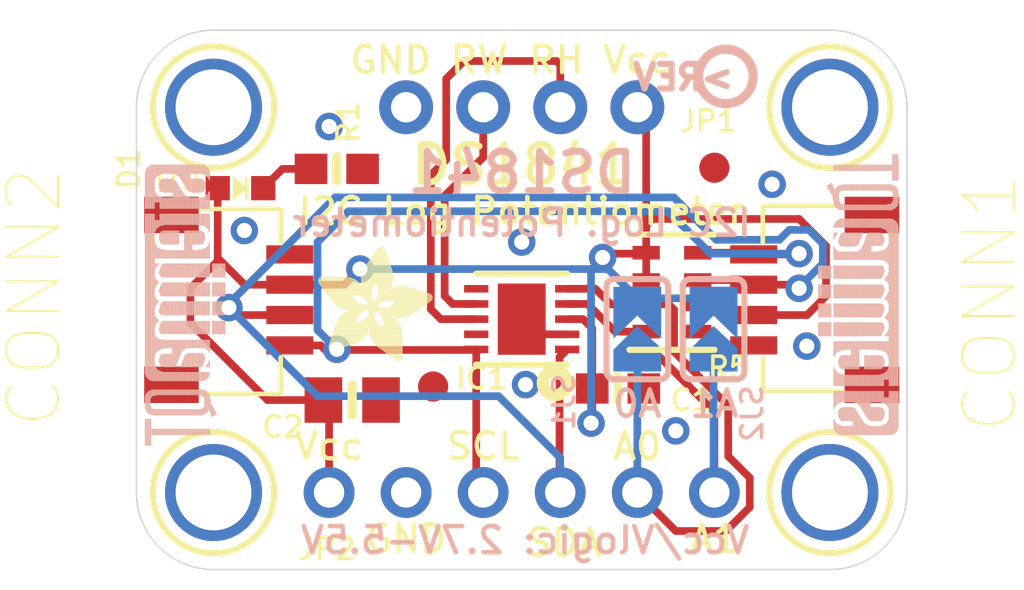
<source format=kicad_pcb>
(kicad_pcb (version 20211014) (generator pcbnew)
  (layers (0 "F.Cu" signal) (31 "B.Cu" signal) (34 "B.Paste" user) (35 "F.Paste" user) (36 "B.SilkS" user "B.Silkscreen") (37 "F.SilkS" user "F.Silkscreen") (38 "B.Mask" user) (39 "F.Mask" user) (44 "Edge.Cuts" user))
  (net 0 "")
  (net 1 "GND")
  (net 2 "SCL")
  (net 3 "SDA")
  (net 4 "VCC")
  (net 5 "A0")
  (net 6 "A1")
  (net 7 "RH")
  (net 8 "RW")
  (net 9 "N$2")
  (footprint "boardEagle:JST_SH4" (layer "F.Cu") (at 158.6611 105.0036 90)
    (fp_text reference "CONN1" (at -4.473 5.276 90) (layer "F.SilkS") (effects (font (size 1.703222 1.703222) (thickness 0.074778)) (justify left)))
    (fp_text value "STEMMA_I2C_QT" hide)
    (pad "1" smd rect (at -1.5 -2.514 180) (size 1.55 0.6) (layers "F.Cu" "F.Paste" "F.Mask") (net 1 "GND"))
    (pad "2" smd rect (at -0.5 -2.514 180) (size 1.55 0.6) (layers "F.Cu" "F.Paste" "F.Mask") (net 4 "VCC"))
    (pad "3" smd rect (at 0.5 -2.514 180) (size 1.55 0.6) (layers "F.Cu" "F.Paste" "F.Mask") (net 3 "SDA"))
    (pad "4" smd rect (at 1.5 -2.514 180) (size 1.55 0.6) (layers "F.Cu" "F.Paste" "F.Mask") (net 2 "SCL"))
    (pad "MT1" smd rect (at -2.8 1.386 180) (size 1.8 1.2) (layers "F.Cu" "F.Paste" "F.Mask"))
    (pad "MT2" smd rect (at 2.8 1.386 180) (size 1.8 1.2) (layers "F.Cu" "F.Paste" "F.Mask"))
  )
  (footprint "boardEagle:FIDUCIAL_1MM" (layer "F.Cu") (at 154.8511 100.6475)
    (fp_text reference "FID2" hide)
    (fp_text value "FIDUCIAL_1MM" hide)
    (pad "1" smd roundrect (at 0 0) (size 1 1) (layers "F.Cu" "F.Mask") (roundrect_rratio 0.5))
  )
  (footprint "boardEagle:MOUNTINGHOLE_2.5_PLATED" (layer "F.Cu") (at 158.6611 98.6536)
    (fp_text reference "U$3" hide)
    (fp_text value "MOUNTINGHOLE2.5" hide)
    (pad "P$1" thru_hole circle (at 0 0) (size 3.2 3.2) (drill 2.5) (layers *.Cu *.Mask))
  )
  (footprint "boardEagle:MOUNTINGHOLE_2.5_PLATED" (layer "F.Cu") (at 158.6611 111.3536)
    (fp_text reference "U$7" hide)
    (fp_text value "MOUNTINGHOLE2.5" hide)
    (pad "P$1" thru_hole circle (at 0 0) (size 3.2 3.2) (drill 2.5) (layers *.Cu *.Mask))
  )
  (footprint "boardEagle:1X06_ROUND" (layer "F.Cu") (at 148.5011 111.3536)
    (fp_text reference "JP2" (at -7.4422 1.8542) (layer "F.SilkS") (effects (font (size 0.692831 0.692831) (thickness 0.119969)) (justify left)))
    (fp_text value "")
    (pad "1" thru_hole circle (at -6.35 0 90) (size 1.6764 1.6764) (drill 1) (layers *.Cu *.Mask) (net 4 "VCC"))
    (pad "2" thru_hole circle (at -3.81 0 90) (size 1.6764 1.6764) (drill 1) (layers *.Cu *.Mask) (net 1 "GND"))
    (pad "3" thru_hole circle (at -1.27 0 90) (size 1.6764 1.6764) (drill 1) (layers *.Cu *.Mask) (net 2 "SCL"))
    (pad "4" thru_hole circle (at 1.27 0 90) (size 1.6764 1.6764) (drill 1) (layers *.Cu *.Mask) (net 3 "SDA"))
    (pad "5" thru_hole circle (at 3.81 0 90) (size 1.6764 1.6764) (drill 1) (layers *.Cu *.Mask) (net 5 "A0"))
    (pad "6" thru_hole circle (at 6.35 0 90) (size 1.6764 1.6764) (drill 1) (layers *.Cu *.Mask) (net 6 "A1"))
  )
  (footprint "boardEagle:RESPACK_4X0603" (layer "F.Cu") (at 153.4541 104.7496 90)
    (fp_text reference "R5" (at -2.489 2.616) (layer "F.SilkS") (effects (font (size 0.692831 0.692831) (thickness 0.119969)) (justify right)))
    (fp_text value "10K")
    (pad "1" smd rect (at -1.3 0.85 90) (size 0.45 0.9) (layers "F.Cu" "F.Paste" "F.Mask") (net 1 "GND"))
    (pad "2" smd rect (at -0.4 0.85 90) (size 0.45 0.9) (layers "F.Cu" "F.Paste" "F.Mask") (net 1 "GND"))
    (pad "3" smd rect (at 0.4 0.85 90) (size 0.45 0.9) (layers "F.Cu" "F.Paste" "F.Mask") (net 3 "SDA"))
    (pad "4" smd rect (at 1.3 0.85 90) (size 0.45 0.9) (layers "F.Cu" "F.Paste" "F.Mask") (net 2 "SCL"))
    (pad "5" smd rect (at 1.3 -0.85 90) (size 0.45 0.9) (layers "F.Cu" "F.Paste" "F.Mask") (net 4 "VCC"))
    (pad "6" smd rect (at 0.4 -0.85 90) (size 0.45 0.9) (layers "F.Cu" "F.Paste" "F.Mask") (net 4 "VCC"))
    (pad "7" smd rect (at -0.4 -0.85 90) (size 0.45 0.9) (layers "F.Cu" "F.Paste" "F.Mask") (net 5 "A0"))
    (pad "8" smd rect (at -1.3 -0.85 90) (size 0.45 0.9) (layers "F.Cu" "F.Paste" "F.Mask") (net 6 "A1"))
  )
  (footprint "boardEagle:ADAFRUIT_3.5MM" (layer "F.Cu") (at 141.7701 107.0356)
    (fp_text reference "U$8" hide)
    (fp_text value "" hide)
  )
  (footprint "boardEagle:0603-NO" (layer "F.Cu") (at 151.6761 107.9246)
    (fp_text reference "C1" (at 1.651 0.381) (layer "F.SilkS") (effects (font (size 0.692831 0.692831) (thickness 0.119969)) (justify left)))
    (fp_text value "0.1uF")
    (pad "1" smd rect (at -0.85 0) (size 1.075 1) (layers "F.Cu" "F.Paste" "F.Mask") (net 4 "VCC"))
    (pad "2" smd rect (at 0.85 0) (size 1.075 1) (layers "F.Cu" "F.Paste" "F.Mask") (net 1 "GND"))
  )
  (footprint "boardEagle:1X04_ROUND" (layer "F.Cu") (at 148.5011 98.6536)
    (fp_text reference "JP1" (at 5.1308 0.4572) (layer "F.SilkS") (effects (font (size 0.692831 0.692831) (thickness 0.119969)) (justify left)))
    (fp_text value "")
    (pad "1" thru_hole circle (at -3.81 0 90) (size 1.778 1.778) (drill 1) (layers *.Cu *.Mask) (net 1 "GND"))
    (pad "2" thru_hole circle (at -1.27 0 90) (size 1.778 1.778) (drill 1) (layers *.Cu *.Mask) (net 8 "RW"))
    (pad "3" thru_hole circle (at 1.27 0 90) (size 1.778 1.778) (drill 1) (layers *.Cu *.Mask) (net 7 "RH"))
    (pad "4" thru_hole circle (at 3.81 0 90) (size 1.778 1.778) (drill 1) (layers *.Cu *.Mask) (net 4 "VCC"))
  )
  (footprint "boardEagle:0603-NO" (layer "F.Cu") (at 142.4051 100.6856)
    (fp_text reference "R1" (at 0.381 -2.286 90) (layer "F.SilkS") (effects (font (size 0.692831 0.692831) (thickness 0.119969)) (justify right)))
    (fp_text value "10K")
    (pad "1" smd rect (at -0.85 0) (size 1.075 1) (layers "F.Cu" "F.Paste" "F.Mask") (net 9 "N$2"))
    (pad "2" smd rect (at 0.85 0) (size 1.075 1) (layers "F.Cu" "F.Paste" "F.Mask") (net 1 "GND"))
  )
  (footprint "boardEagle:FIDUCIAL_1MM" (layer "F.Cu") (at 145.5801 107.8611)
    (fp_text reference "FID1" hide)
    (fp_text value "FIDUCIAL_1MM" hide)
    (pad "1" smd roundrect (at 0 0) (size 1 1) (layers "F.Cu" "F.Mask") (roundrect_rratio 0.5))
  )
  (footprint "boardEagle:DFN10_3X3MM" (layer "F.Cu") (at 148.5011 105.6386 90)
    (fp_text reference "IC1" (at -1.954 -0.405) (layer "F.SilkS") (effects (font (size 0.692831 0.692831) (thickness 0.119969)) (justify right)))
    (fp_text value "DS1841")
    (pad "1" smd rect (at -1 1.5 90) (size 0.25 0.8) (layers "F.Cu" "F.Paste" "F.Mask") (net 3 "SDA"))
    (pad "2" smd rect (at -0.5 1.5 90) (size 0.25 0.8) (layers "F.Cu" "F.Paste" "F.Mask") (net 1 "GND"))
    (pad "3" smd rect (at 0 1.5 90) (size 0.25 0.8) (layers "F.Cu" "F.Paste" "F.Mask") (net 4 "VCC"))
    (pad "4" smd rect (at 0.5 1.5 90) (size 0.25 0.8) (layers "F.Cu" "F.Paste" "F.Mask") (net 6 "A1"))
    (pad "5" smd rect (at 1 1.5 90) (size 0.25 0.8) (layers "F.Cu" "F.Paste" "F.Mask") (net 5 "A0"))
    (pad "6" smd rect (at 1 -1.5 90) (size 0.25 0.8) (layers "F.Cu" "F.Paste" "F.Mask") (net 1 "GND"))
    (pad "7" smd rect (at 0.5 -1.5 90) (size 0.25 0.8) (layers "F.Cu" "F.Paste" "F.Mask") (net 8 "RW"))
    (pad "8" smd rect (at 0 -1.5 90) (size 0.25 0.8) (layers "F.Cu" "F.Paste" "F.Mask") (net 7 "RH"))
    (pad "9" smd rect (at -0.5 -1.5 90) (size 0.25 0.8) (layers "F.Cu" "F.Paste" "F.Mask"))
    (pad "10" smd rect (at -1 -1.5 90) (size 0.25 0.8) (layers "F.Cu" "F.Paste" "F.Mask") (net 2 "SCL"))
    (pad "GND" smd rect (at 0 0 90) (size 2.35 1.58) (layers "F.Cu" "F.Mask") (net 1 "GND"))
  )
  (footprint "boardEagle:CHIPLED_0603_NOOUTLINE" (layer "F.Cu") (at 139.2301 101.3206 -90)
    (fp_text reference "D1" (at 0.127 3.683 90) (layer "F.SilkS") (effects (font (size 0.692831 0.692831) (thickness 0.119969)) (justify left)))
    (fp_text value "GREEN")
    (pad "A" smd rect (at 0 0.75 270) (size 0.8 0.8) (layers "F.Cu" "F.Paste" "F.Mask") (net 4 "VCC"))
    (pad "C" smd rect (at 0 -0.75 270) (size 0.8 0.8) (layers "F.Cu" "F.Paste" "F.Mask") (net 9 "N$2"))
  )
  (footprint "boardEagle:MOUNTINGHOLE_2.5_PLATED" (layer "F.Cu") (at 138.3411 111.3536)
    (fp_text reference "U$6" hide)
    (fp_text value "MOUNTINGHOLE2.5" hide)
    (pad "P$1" thru_hole circle (at 0 0) (size 3.2 3.2) (drill 2.5) (layers *.Cu *.Mask))
  )
  (footprint "boardEagle:0805-NO" (layer "F.Cu") (at 142.9131 108.3056)
    (fp_text reference "C2" (at -3.048 0.889) (layer "F.SilkS") (effects (font (size 0.692831 0.692831) (thickness 0.119969)) (justify left)))
    (fp_text value "10uF")
    (pad "1" smd rect (at -0.95 0) (size 1.24 1.5) (layers "F.Cu" "F.Paste" "F.Mask") (net 4 "VCC"))
    (pad "2" smd rect (at 0.95 0) (size 1.24 1.5) (layers "F.Cu" "F.Paste" "F.Mask") (net 1 "GND"))
  )
  (footprint "boardEagle:JST_SH4" (layer "F.Cu") (at 138.3411 105.0036 -90)
    (fp_text reference "CONN2" (at -4.473 5.911 90) (layer "F.SilkS") (effects (font (size 1.703222 1.703222) (thickness 0.074778)) (justify right)))
    (fp_text value "STEMMA_I2C_QT" hide)
    (pad "1" smd rect (at -1.5 -2.514) (size 1.55 0.6) (layers "F.Cu" "F.Paste" "F.Mask") (net 1 "GND"))
    (pad "2" smd rect (at -0.5 -2.514) (size 1.55 0.6) (layers "F.Cu" "F.Paste" "F.Mask") (net 4 "VCC"))
    (pad "3" smd rect (at 0.5 -2.514) (size 1.55 0.6) (layers "F.Cu" "F.Paste" "F.Mask") (net 3 "SDA"))
    (pad "4" smd rect (at 1.5 -2.514) (size 1.55 0.6) (layers "F.Cu" "F.Paste" "F.Mask") (net 2 "SCL"))
    (pad "MT1" smd rect (at -2.8 1.386) (size 1.8 1.2) (layers "F.Cu" "F.Paste" "F.Mask"))
    (pad "MT2" smd rect (at 2.8 1.386) (size 1.8 1.2) (layers "F.Cu" "F.Paste" "F.Mask"))
  )
  (footprint "boardEagle:MOUNTINGHOLE_2.5_PLATED" (layer "F.Cu") (at 138.3411 98.6536)
    (fp_text reference "U$2" hide)
    (fp_text value "MOUNTINGHOLE2.5" hide)
    (pad "P$1" thru_hole circle (at 0 0) (size 3.2 3.2) (drill 2.5) (layers *.Cu *.Mask))
  )
  (footprint "boardEagle:STEMMAQT" (layer "B.Cu") (at 138.7221 100.5586 -90)
    (fp_text reference "U$11" hide)
    (fp_text value "" hide)
  )
  (footprint "boardEagle:STEMMAQT" (layer "B.Cu") (at 158.2801 109.4486 90)
    (fp_text reference "U$10" hide)
    (fp_text value "" hide)
  )
  (footprint "boardEagle:PCBFEAT-REV-040" (layer "B.Cu") (at 155.2321 97.6376 180)
    (fp_text reference "U$9" hide)
    (fp_text value "" hide)
    (fp_text user ">REV" (at -0.3556 -0.508) (layer "B.SilkS") (effects (font (size 0.8128 0.8128) (thickness 0.2032)) (justify left bottom mirror)))
  )
  (footprint "boardEagle:SOLDERJUMPER_ARROW_NOPASTE" (layer "B.Cu") (at 154.8257 105.9688 90)
    (fp_text reference "SJ2" (at -1.778 1.27 90) (layer "B.SilkS") (effects (font (size 0.692831 0.692831) (thickness 0.119969)) (justify left mirror)))
    (fp_text value "")
    (fp_poly (pts (xy 1.3946 -0.7882) (xy -0.315893 -0.7882) (xy 0.443148 0) (xy -0.315893 0.7882) (xy 1.3946 0.7882)) (layer "B.Cu") (width 0) (fill solid))
    (fp_poly (pts (xy 0.106121 -0.002663) (xy -0.679416 -0.7882) (xy -1.3946 -0.7882) (xy -1.3946 0.7882) (xy -0.62715 0.7882)) (layer "B.Cu") (width 0) (fill solid))
    (pad "1" smd roundrect (at -1.016 0 90) (size 0.762 1.524) (layers "B.Cu") (net 6 "A1"))
    (pad "2" smd roundrect (at 1.016 0 90) (size 0.762 1.524) (layers "B.Cu") (net 4 "VCC"))
  )
  (footprint "boardEagle:SOLDERJUMPER_ARROW_NOPASTE" (layer "B.Cu") (at 152.3111 105.9688 90)
    (fp_text reference "SJ1" (at -1.397 -2.413 90) (layer "B.SilkS") (effects (font (size 0.692831 0.692831) (thickness 0.119969)) (justify left mirror)))
    (fp_text value "")
    (fp_poly (pts (xy 0.106121 -0.002663) (xy -0.679416 -0.7882) (xy -1.3946 -0.7882) (xy -1.3946 0.7882) (xy -0.62715 0.7882)) (layer "B.Cu") (width 0) (fill solid))
    (fp_poly (pts (xy 1.3946 -0.7882) (xy -0.315893 -0.7882) (xy 0.443148 0) (xy -0.315893 0.7882) (xy 1.3946 0.7882)) (layer "B.Cu") (width 0) (fill solid))
    (pad "1" smd roundrect (at -1.016 0 90) (size 0.762 1.524) (layers "B.Cu") (net 5 "A0"))
    (pad "2" smd roundrect (at 1.016 0 90) (size 0.762 1.524) (layers "B.Cu") (net 4 "VCC"))
  )
  (gr_line (start 138.3411 113.8936) (end 158.6611 113.8936) (layer "Edge.Cuts") (width 0.05))
  (gr_arc (start 135.8011 98.6536) (mid 136.545049 96.857549) (end 138.3411 96.1136) (layer "Edge.Cuts") (width 0.05))
  (gr_line (start 161.2011 111.3536) (end 161.2011 98.6536) (layer "Edge.Cuts") (width 0.05))
  (gr_line (start 135.8011 98.6536) (end 135.8011 111.3536) (layer "Edge.Cuts") (width 0.05))
  (gr_arc (start 138.3411 113.8936) (mid 136.545049 113.149651) (end 135.8011 111.3536) (layer "Edge.Cuts") (width 0.05))
  (gr_arc (start 161.2011 111.3536) (mid 160.457151 113.149651) (end 158.6611 113.8936) (layer "Edge.Cuts") (width 0.05))
  (gr_line (start 158.6611 96.1136) (end 138.3411 96.1136) (layer "Edge.Cuts") (width 0.05))
  (gr_arc (start 158.6611 96.1136) (mid 160.457151 96.857549) (end 161.2011 98.6536) (layer "Edge.Cuts") (width 0.05))
  (gr_text "I2C Log. Potentiometer" (at 148.5011 102.4636) (layer "B.SilkS") (effects (font (size 0.8636 0.8636) (thickness 0.1524)) (justify mirror)))
  (gr_text "A0" (at 152.3111 108.4326) (layer "B.SilkS") (effects (font (size 0.8636 0.8636) (thickness 0.1524)) (justify mirror)))
  (gr_text "A1" (at 154.8511 108.4326) (layer "B.SilkS") (effects (font (size 0.8636 0.8636) (thickness 0.1524)) (justify mirror)))
  (gr_text "DS1841" (at 148.5011 100.8126) (layer "B.SilkS") (effects (font (size 1.2954 1.2954) (thickness 0.2286)) (justify mirror)))
  (gr_text "Vcc/Vlogic: 2.7V-5.5V" (at 156.0957 113.4364) (layer "B.SilkS") (effects (font (size 0.8636 0.8636) (thickness 0.1524)) (justify left bottom mirror)))
  (gr_text "I2C Log Potentiometer" (at 148.5011 102.0826) (layer "F.SilkS") (effects (font (size 0.8636 0.8636) (thickness 0.1524))))
  (gr_text "Vcc" (at 152.3111 97.09785) (layer "F.SilkS") (effects (font (size 0.87376 0.87376) (thickness 0.14224))))
  (gr_text "SDA" (at 149.8981 113.0046) (layer "F.SilkS") (effects (font (size 0.87376 0.87376) (thickness 0.14224))))
  (gr_text "A0" (at 152.3111 109.8296) (layer "F.SilkS") (effects (font (size 0.87376 0.87376) (thickness 0.14224))))
  (gr_text "GND" (at 144.1831 97.09785) (layer "F.SilkS") (effects (font (size 0.87376 0.87376) (thickness 0.14224))))
  (gr_text "RW" (at 147.1041 97.09785) (layer "F.SilkS") (effects (font (size 0.87376 0.87376) (thickness 0.14224))))
  (gr_text "SCL" (at 147.2311 109.8296) (layer "F.SilkS") (effects (font (size 0.87376 0.87376) (thickness 0.14224))))
  (gr_text "A1" (at 154.8511 112.8776) (layer "F.SilkS") (effects (font (size 0.87376 0.87376) (thickness 0.14224))))
  (gr_text "Vcc" (at 142.1511 109.8296) (layer "F.SilkS") (effects (font (size 0.87376 0.87376) (thickness 0.14224))))
  (gr_text "GND" (at 144.6911 112.8776) (layer "F.SilkS") (effects (font (size 0.87376 0.87376) (thickness 0.14224))))
  (gr_text "RH" (at 149.6441 97.09785) (layer "F.SilkS") (effects (font (size 0.87376 0.87376) (thickness 0.14224))))
  (gr_text "on" (at 136.3091 101.4476) (layer "F.SilkS") (effects (font (size 0.89408 0.89408) (thickness 0.12192)) (justify left bottom)))
  (gr_text "DS1841" (at 148.5011 100.5586) (layer "F.SilkS") (effects (font (size 1.25222 1.25222) (thickness 0.22098))))
  (segment (start 150.0011 106.1386) (end 149.0011 106.1386) (width 0.254) (layer "F.Cu") (net 1))
  (segment (start 149.0011 106.1386) (end 148.5011 105.6386) (width 0.254) (layer "F.Cu") (net 1))
  (via (at 153.5811 109.3216) (size 0.9064) (drill 0.5) (layers "F.Cu" "B.Cu") (net 1))
  (via (at 148.5011 103.0986) (size 0.9064) (drill 0.5) (layers "F.Cu" "B.Cu") (net 1))
  (via (at 142.1511 99.2886) (size 0.9064) (drill 0.5) (layers "F.Cu" "B.Cu") (net 1))
  (via (at 139.3571 102.7176) (size 0.9064) (drill 0.5) (layers "F.Cu" "B.Cu") (net 1))
  (via (at 148.6281 107.7976) (size 0.9064) (drill 0.5) (layers "F.Cu" "B.Cu") (net 1))
  (via (at 156.7561 101.1936) (size 0.9064) (drill 0.5) (layers "F.Cu" "B.Cu") (net 1))
  (via (at 157.8991 106.5276) (size 0.9064) (drill 0.5) (layers "F.Cu" "B.Cu") (net 1))
  (segment (start 140.8551 106.5036) (end 141.8731 106.5036) (width 0.254) (layer "F.Cu") (net 2))
  (segment (start 156.1471 103.5036) (end 157.6211 103.5036) (width 0.254) (layer "F.Cu") (net 2))
  (segment (start 157.6211 103.5036) (end 157.6451 103.4796) (width 0.254) (layer "F.Cu") (net 2))
  (segment (start 156.0931 103.4496) (end 156.1471 103.5036) (width 0.254) (layer "F.Cu") (net 2))
  (segment (start 142.4051 106.6332) (end 142.4265 106.6546) (width 0.254) (layer "F.Cu") (net 2))
  (segment (start 142.4265 106.6546) (end 146.9851 106.6546) (width 0.254) (layer "F.Cu") (net 2))
  (segment (start 142.0241 106.6546) (end 142.4265 106.6546) (width 0.254) (layer "F.Cu") (net 2))
  (segment (start 147.0011 111.1236) (end 147.2311 111.3536) (width 0.254) (layer "F.Cu") (net 2))
  (segment (start 141.8731 106.5036) (end 142.0241 106.6546) (width 0.254) (layer "F.Cu") (net 2))
  (segment (start 147.0011 106.6386) (end 147.0011 111.1236) (width 0.254) (layer "F.Cu") (net 2))
  (segment (start 154.3041 103.4496) (end 156.0931 103.4496) (width 0.254) (layer "F.Cu") (net 2))
  (segment (start 146.9851 106.6546) (end 147.0011 106.6386) (width 0.254) (layer "F.Cu") (net 2))
  (via (at 157.6451 103.4796) (size 0.9064) (drill 0.5) (layers "F.Cu" "B.Cu") (net 2))
  (via (at 142.4051 106.6332) (size 0.9064) (drill 0.5) (layers "F.Cu" "B.Cu") (net 2))
  (segment (start 141.7701 105.9982) (end 142.4051 106.6332) (width 0.254) (layer "B.Cu") (net 2))
  (segment (start 154.7241 103.4796) (end 153.3271 102.0826) (width 0.254) (layer "B.Cu") (net 2))
  (segment (start 141.7701 103.0986) (end 141.7701 105.9982) (width 0.254) (layer "B.Cu") (net 2))
  (segment (start 153.3271 102.0826) (end 142.7861 102.0826) (width 0.254) (layer "B.Cu") (net 2))
  (segment (start 157.6451 103.4796) (end 154.7241 103.4796) (width 0.254) (layer "B.Cu") (net 2))
  (segment (start 142.7861 102.0826) (end 141.7701 103.0986) (width 0.254) (layer "B.Cu") (net 2))
  (segment (start 140.8551 105.5036) (end 139.0951 105.5036) (width 0.254) (layer "F.Cu") (net 3))
  (segment (start 154.3041 104.3496) (end 155.9931 104.3496) (width 0.254) (layer "F.Cu") (net 3))
  (segment (start 149.7711 111.3536) (end 149.7471 111.3296) (width 0.254) (layer "F.Cu") (net 3))
  (segment (start 150.0011 106.6386) (end 149.7471 106.8926) (width 0.254) (layer "F.Cu") (net 3))
  (segment (start 157.5261 104.5036) (end 157.6451 104.6226) (width 0.254) (layer "F.Cu") (net 3))
  (segment (start 156.1471 104.5036) (end 157.5261 104.5036) (width 0.254) (layer "F.Cu") (net 3))
  (segment (start 149.7471 106.8926) (end 149.7471 111.3296) (width 0.254) (layer "F.Cu") (net 3))
  (segment (start 139.0951 105.5036) (end 138.8491 105.2576) (width 0.254) (layer "F.Cu") (net 3))
  (segment (start 155.9931 104.3496) (end 156.1471 104.5036) (width 0.254) (layer "F.Cu") (net 3))
  (via (at 157.6451 104.6226) (size 0.9064) (drill 0.5) (layers "F.Cu" "B.Cu") (net 3))
  (via (at 138.8491 105.2576) (size 0.9064) (drill 0.5) (layers "F.Cu" "B.Cu") (net 3))
  (segment (start 158.4285 103.8041) (end 158.4285 103.1551) (width 0.254) (layer "B.Cu") (net 3))
  (segment (start 149.7711 110.2106) (end 149.7711 111.3536) (width 0.254) (layer "B.Cu") (net 3))
  (segment (start 138.8491 105.1306) (end 138.8491 105.2576) (width 0.254) (layer "B.Cu") (net 3))
  (segment (start 157.3206 102.6962) (end 156.9944 103.0224) (width 0.254) (layer "B.Cu") (net 3))
  (segment (start 158.4285 103.1551) (end 157.9696 102.6962) (width 0.254) (layer "B.Cu") (net 3))
  (segment (start 142.3543 101.6254) (end 138.8491 105.1306) (width 0.254) (layer "B.Cu") (net 3))
  (segment (start 138.8491 105.2576) (end 141.7701 108.1786) (width 0.254) (layer "B.Cu") (net 3))
  (segment (start 153.516481 101.6254) (end 142.3543 101.6254) (width 0.254) (layer "B.Cu") (net 3))
  (segment (start 147.7391 108.1786) (end 149.7711 110.2106) (width 0.254) (layer "B.Cu") (net 3))
  (segment (start 141.7701 108.1786) (end 147.7391 108.1786) (width 0.254) (layer "B.Cu") (net 3))
  (segment (start 154.913481 103.0224) (end 153.516481 101.6254) (width 0.254) (layer "B.Cu") (net 3))
  (segment (start 157.6451 104.5875) (end 158.4285 103.8041) (width 0.254) (layer "B.Cu") (net 3))
  (segment (start 156.9944 103.0224) (end 154.913481 103.0224) (width 0.254) (layer "B.Cu") (net 3))
  (segment (start 157.9696 102.6962) (end 157.3206 102.6962) (width 0.254) (layer "B.Cu") (net 3))
  (segment (start 157.6451 104.6226) (end 157.6451 104.5875) (width 0.254) (layer "B.Cu") (net 3))
  (segment (start 140.8551 104.5036) (end 142.6511 104.5036) (width 0.254) (layer "F.Cu") (net 4))
  (segment (start 150.521518 105.6386) (end 150.8261 105.943182) (width 0.254) (layer "F.Cu") (net 4))
  (segment (start 140.1191 108.3056) (end 141.9631 108.3056) (width 0.254) (layer "F.Cu") (net 4))
  (segment (start 150.0011 105.6386) (end 150.521518 105.6386) (width 0.254) (layer "F.Cu") (net 4))
  (segment (start 151.2951 103.4796) (end 152.6041 103.4796) (width 0.254) (layer "F.Cu") (net 4))
  (segment (start 150.8261 107.9246) (end 150.8261 109.0286) (width 0.254) (layer "F.Cu") (net 4))
  (segment (start 142.1511 108.4936) (end 142.1511 111.3536) (width 0.254) (layer "F.Cu") (net 4))
  (segment (start 152.6041 102.5516) (end 152.6041 103.4496) (width 0.254) (layer "F.Cu") (net 4))
  (segment (start 152.6041 103.4496) (end 152.6041 103.4796) (width 0.254) (layer "F.Cu") (net 4))
  (segment (start 156.1471 105.5036) (end 157.9071 105.5036) (width 0.254) (layer "F.Cu") (net 4))
  (segment (start 137.5791 104.6226) (end 137.5791 105.7656) (width 0.254) (layer "F.Cu") (net 4))
  (segment (start 142.6511 104.5036) (end 143.1671 103.9876) (width 0.254) (layer "F.Cu") (net 4))
  (segment (start 150.8261 105.943182) (end 150.8261 107.9246) (width 0.254) (layer "F.Cu") (net 4))
  (segment (start 139.3651 104.5036) (end 140.8551 104.5036) (width 0.254) (layer "F.Cu") (net 4))
  (segment (start 151.1681 103.6066) (end 151.2951 103.4796) (width 0.254) (layer "F.Cu") (net 4))
  (segment (start 152.8191 102.3366) (end 152.6041 102.5516) (width 0.254) (layer "F.Cu") (net 4))
  (segment (start 157.9071 105.5036) (end 158.5341 104.8766) (width 0.254) (layer "F.Cu") (net 4))
  (segment (start 141.9631 108.3056) (end 142.1511 108.4936) (width 0.254) (layer "F.Cu") (net 4))
  (segment (start 152.6041 98.9466) (end 152.6041 102.5516) (width 0.254) (layer "F.Cu") (net 4))
  (segment (start 138.4801 101.3206) (end 138.4801 103.6186) (width 0.254) (layer "F.Cu") (net 4))
  (segment (start 158.5341 104.8766) (end 158.5341 103.2256) (width 0.254) (layer "F.Cu") (net 4))
  (segment (start 138.4801 103.7216) (end 137.5791 104.6226) (width 0.254) (layer "F.Cu") (net 4))
  (segment (start 152.3111 98.6536) (end 152.6041 98.9466) (width 0.254) (layer "F.Cu") (net 4))
  (segment (start 138.4801 103.6186) (end 138.4801 103.7216) (width 0.254) (layer "F.Cu") (net 4))
  (segment (start 157.6451 102.3366) (end 152.8191 102.3366) (width 0.254) (layer "F.Cu") (net 4))
  (segment (start 137.5791 105.7656) (end 140.1191 108.3056) (width 0.254) (layer "F.Cu") (net 4))
  (segment (start 158.5341 103.2256) (end 157.6451 102.3366) (width 0.254) (layer "F.Cu") (net 4))
  (segment (start 152.6041 103.4796) (end 152.6041 104.3496) (width 0.254) (layer "F.Cu") (net 4))
  (segment (start 150.8261 109.0286) (end 150.7871 109.0676) (width 0.254) (layer "F.Cu") (net 4))
  (segment (start 138.4801 103.6186) (end 139.3651 104.5036) (width 0.254) (layer "F.Cu") (net 4))
  (via (at 150.7871 109.0676) (size 0.9064) (drill 0.5) (layers "F.Cu" "B.Cu") (net 4))
  (via (at 151.1681 103.6066) (size 0.9064) (drill 0.5) (layers "F.Cu" "B.Cu") (net 4))
  (via (at 143.1671 103.9876) (size 0.9064) (drill 0.5) (layers "F.Cu" "B.Cu") (net 4))
  (segment (start 151.3459 103.9876) (end 151.3459 103.7844) (width 0.254) (layer "B.Cu") (net 4))
  (segment (start 143.1671 103.9876) (end 150.7871 103.9876) (width 0.254) (layer "B.Cu") (net 4))
  (segment (start 151.3459 103.9876) (end 152.3111 104.9528) (width 0.254) (layer "B.Cu") (net 4))
  (segment (start 150.7871 103.9876) (end 151.3459 103.9876) (width 0.254) (layer "B.Cu") (net 4))
  (segment (start 151.3459 103.7844) (end 151.1681 103.6066) (width 0.254) (layer "B.Cu") (net 4))
  (segment (start 154.8257 104.9528) (end 152.3111 104.9528) (width 0.254) (layer "B.Cu") (net 4))
  (segment (start 150.7871 109.0676) (end 150.7871 103.9876) (width 0.254) (layer "B.Cu") (net 4))
  (segment (start 152.6041 105.1496) (end 153.3461 105.1496) (width 0.254) (layer "F.Cu") (net 5))
  (segment (start 150.0011 104.6386) (end 150.9301 104.6386) (width 0.254) (layer "F.Cu") (net 5))
  (segment (start 153.5239 106.712819) (end 155.3083 108.497219) (width 0.254) (layer "F.Cu") (net 5))
  (segment (start 156.0195 111.837569) (end 155.233468 112.6236) (width 0.254) (layer "F.Cu") (net 5))
  (segment (start 153.3461 105.1496) (end 153.5239 105.3274) (width 0.254) (layer "F.Cu") (net 5))
  (segment (start 155.233468 112.6236) (end 153.5811 112.6236) (width 0.254) (layer "F.Cu") (net 5))
  (segment (start 153.5811 112.6236) (end 152.3111 111.3536) (width 0.254) (layer "F.Cu") (net 5))
  (segment (start 155.3083 108.497219) (end 155.3083 110.158432) (width 0.254) (layer "F.Cu") (net 5))
  (segment (start 155.3083 110.158432) (end 156.0195 110.869632) (width 0.254) (layer "F.Cu") (net 5))
  (segment (start 151.4411 105.1496) (end 152.6041 105.1496) (width 0.254) (layer "F.Cu") (net 5))
  (segment (start 156.0195 110.869632) (end 156.0195 111.837569) (width 0.254) (layer "F.Cu") (net 5))
  (segment (start 150.9301 104.6386) (end 151.4411 105.1496) (width 0.254) (layer "F.Cu") (net 5))
  (segment (start 153.5239 105.3274) (end 153.5239 106.712819) (width 0.254) (layer "F.Cu") (net 5))
  (segment (start 152.3111 106.9848) (end 152.3111 111.3536) (width 0.254) (layer "B.Cu") (net 5))
  (segment (start 152.6041 106.4396) (end 154.8511 108.6866) (width 0.254) (layer "F.Cu") (net 6))
  (segment (start 150.0011 105.1386) (end 150.6681 105.1386) (width 0.254) (layer "F.Cu") (net 6))
  (segment (start 152.6041 106.0496) (end 152.6041 106.4396) (width 0.254) (layer "F.Cu") (net 6))
  (segment (start 150.6681 105.1386) (end 151.5791 106.0496) (width 0.254) (layer "F.Cu") (net 6))
  (segment (start 154.8511 108.6866) (end 154.8511 111.3536) (width 0.254) (layer "F.Cu") (net 6))
  (segment (start 151.5791 106.0496) (end 152.6041 106.0496) (width 0.254) (layer "F.Cu") (net 6))
  (segment (start 154.8257 111.3282) (end 154.8511 111.3536) (width 0.254) (layer "B.Cu") (net 6))
  (segment (start 154.8257 106.9848) (end 154.8257 111.3282) (width 0.254) (layer "B.Cu") (net 6))
  (segment (start 146.5961 97.1296) (end 149.6441 97.1296) (width 0.254) (layer "F.Cu") (net 7))
  (segment (start 149.6441 97.1296) (end 149.7711 97.2566) (width 0.254) (layer "F.Cu") (net 7))
  (segment (start 146.0119 100.3808) (end 146.0119 97.7138) (width 0.254) (layer "F.Cu") (net 7))
  (segment (start 145.8341 105.6386) (end 145.5039 105.3084) (width 0.254) (layer "F.Cu") (net 7))
  (segment (start 145.5039 105.3084) (end 145.5039 100.8888) (width 0.254) (layer "F.Cu") (net 7))
  (segment (start 147.0011 105.6386) (end 145.8341 105.6386) (width 0.254) (layer "F.Cu") (net 7))
  (segment (start 146.0119 97.7138) (end 146.5961 97.1296) (width 0.254) (layer "F.Cu") (net 7))
  (segment (start 149.7711 97.2566) (end 149.7711 98.6536) (width 0.254) (layer "F.Cu") (net 7))
  (segment (start 145.5039 100.8888) (end 146.0119 100.3808) (width 0.254) (layer "F.Cu") (net 7))
  (segment (start 145.9611 101.5746) (end 147.2311 100.3046) (width 0.254) (layer "F.Cu") (net 8))
  (segment (start 147.2311 100.3046) (end 147.2311 98.6536) (width 0.254) (layer "F.Cu") (net 8))
  (segment (start 145.9611 104.8766) (end 145.9611 101.5746) (width 0.254) (layer "F.Cu") (net 8))
  (segment (start 146.2231 105.1386) (end 145.9611 104.8766) (width 0.254) (layer "F.Cu") (net 8))
  (segment (start 147.0011 105.1386) (end 146.2231 105.1386) (width 0.254) (layer "F.Cu") (net 8))
  (segment (start 140.6151 100.6856) (end 141.5551 100.6856) (width 0.254) (layer "F.Cu") (net 9))
  (segment (start 139.9801 101.3206) (end 140.6151 100.6856) (width 0.254) (layer "F.Cu") (net 9))
)
</source>
